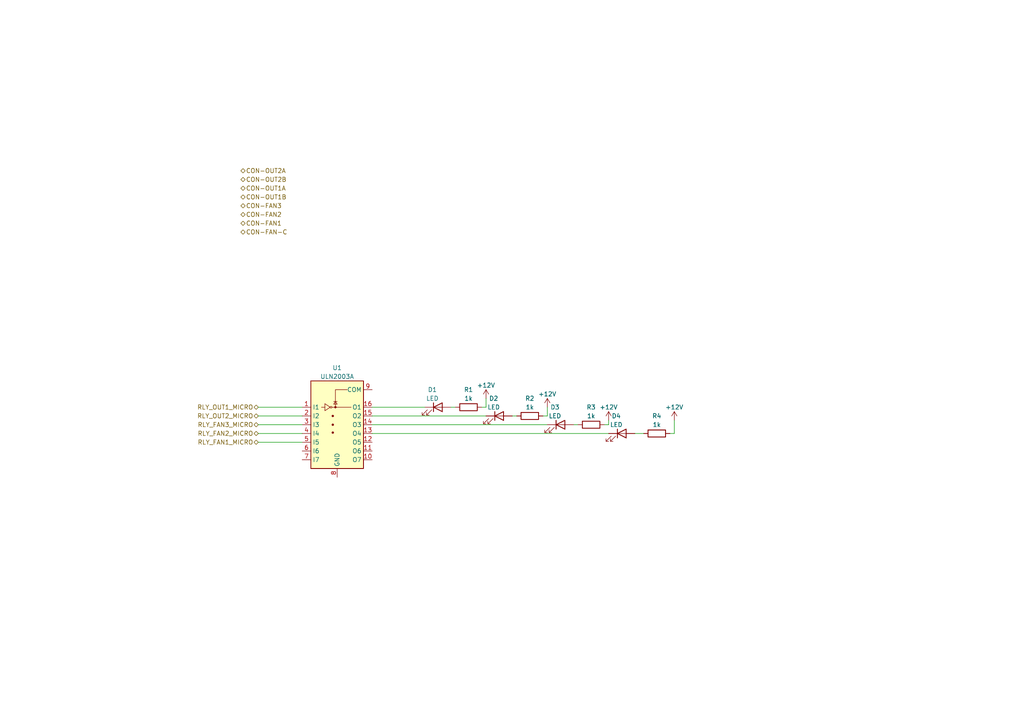
<source format=kicad_sch>
(kicad_sch (version 20230121) (generator eeschema)
  (paper "A4")
  (lib_symbols
    (symbol "Device:LED" (pin_numbers hide) (pin_names (offset 1.016) hide)
      (property "Reference" "D" (at 0 2.54 0))
      (property "Value" "LED" (at 0 -2.54 0))
      (symbol "LED_0_1"
        (polyline (pts (xy -1.27 -1.27) (xy -1.27 1.27)) (stroke (width 0.254)))
        (polyline (pts (xy -1.27 0) (xy 1.27 0)))
        (polyline (pts (xy 1.27 -1.27) (xy 1.27 1.27) (xy -1.27 0) (xy 1.27 -1.27)) (stroke (width 0.254)))
        (polyline (pts (xy -3.048 -0.762) (xy -4.572 -2.286) (xy -3.81 -2.286) (xy -4.572 -2.286) (xy -4.572 -1.524)))
        (polyline (pts (xy -1.778 -0.762) (xy -3.302 -2.286) (xy -2.54 -2.286) (xy -3.302 -2.286) (xy -3.302 -1.524)))
      )
      (symbol "LED_1_1"
        (pin passive line (at -3.81 0 0) (length 2.54) (name "K") (number "1"))
        (pin passive line (at 3.81 0 180) (length 2.54) (name "A") (number "2"))
      )
    )
    (symbol "Device:R" (pin_numbers hide) (pin_names (offset 0))
      (property "Reference" "R" (at 2.032 0 90))
      (property "Value" "R" (at 0 0 90))
      (symbol "R_0_1"
        (rectangle (start -1.016 -2.54) (end 1.016 2.54) (stroke (width 0.254)))
      )
      (symbol "R_1_1"
        (pin passive line (at 0 3.81 270) (length 1.27) (name "~") (number "1"))
        (pin passive line (at 0 -3.81 90) (length 1.27) (name "~") (number "2"))
      )
    )
    (symbol "Transistor_Array:ULN2003A"
      (property "Reference" "U" (at 0 15.875 0))
      (property "Value" "ULN2003A" (at 0 13.97 0))
      (symbol "ULN2003A_0_1"
        (rectangle (start -7.62 -12.7) (end 7.62 12.7) (stroke (width 0.254)) (fill (type background)))
        (circle (center -1.778 5.08) (radius 0.254))
        (circle (center -1.27 -2.286) (radius 0.254) (fill (type outline)))
        (circle (center -1.27 0) (radius 0.254) (fill (type outline)))
        (circle (center -1.27 2.54) (radius 0.254) (fill (type outline)))
        (circle (center -0.508 5.08) (radius 0.254) (fill (type outline)))
        (polyline (pts (xy -4.572 5.08) (xy -3.556 5.08)))
        (polyline (pts (xy -1.524 5.08) (xy 4.064 5.08)))
        (polyline (pts (xy 0 6.731) (xy -1.016 6.731)))
        (polyline (pts (xy -0.508 5.08) (xy -0.508 10.16) (xy 2.921 10.16)))
        (polyline (pts (xy -3.556 6.096) (xy -3.556 4.064) (xy -2.032 5.08) (xy -3.556 6.096)))
        (polyline (pts (xy 0 5.969) (xy -1.016 5.969) (xy -0.508 6.731) (xy 0 5.969)))
      )
      (symbol "ULN2003A_1_1"
        (pin input line (at -10.16 5.08 0) (length 2.54) (name "I1") (number "1"))
        (pin open_collector line (at 10.16 -10.16 180) (length 2.54) (name "O7") (number "10"))
        (pin open_collector line (at 10.16 -7.62 180) (length 2.54) (name "O6") (number "11"))
        (pin open_collector line (at 10.16 -5.08 180) (length 2.54) (name "O5") (number "12"))
        (pin open_collector line (at 10.16 -2.54 180) (length 2.54) (name "O4") (number "13"))
        (pin open_collector line (at 10.16 0 180) (length 2.54) (name "O3") (number "14"))
        (pin open_collector line (at 10.16 2.54 180) (length 2.54) (name "O2") (number "15"))
        (pin open_collector line (at 10.16 5.08 180) (length 2.54) (name "O1") (number "16"))
        (pin input line (at -10.16 2.54 0) (length 2.54) (name "I2") (number "2"))
        (pin input line (at -10.16 0 0) (length 2.54) (name "I3") (number "3"))
        (pin input line (at -10.16 -2.54 0) (length 2.54) (name "I4") (number "4"))
        (pin input line (at -10.16 -5.08 0) (length 2.54) (name "I5") (number "5"))
        (pin input line (at -10.16 -7.62 0) (length 2.54) (name "I6") (number "6"))
        (pin input line (at -10.16 -10.16 0) (length 2.54) (name "I7") (number "7"))
        (pin power_in line (at 0 -15.24 90) (length 2.54) (name "GND") (number "8"))
        (pin passive line (at 10.16 10.16 180) (length 2.54) (name "COM") (number "9"))
      )
    )
    (symbol "power:+12V" (power) (pin_names (offset 0))
      (property "Value" "+12V" (at 0 3.556 0))
      (symbol "+12V_0_1"
        (polyline (pts (xy -0.762 1.27) (xy 0 2.54)))
        (polyline (pts (xy 0 0) (xy 0 2.54)))
        (polyline (pts (xy 0 2.54) (xy 0.762 1.27)))
      )
      (symbol "+12V_1_1"
        (pin power_in line (at 0 0 90) (length 0) hide (name "+12V") (number "1"))
      )
    )
  )
  (wire (pts (xy 184.15 125.73) (xy 186.69 125.73)))
  (wire (pts (xy 74.93 120.65) (xy 87.63 120.65)))
  (wire (pts (xy 107.95 118.11) (xy 123.19 118.11)))
  (wire (pts (xy 158.75 118.11) (xy 158.75 120.65)))
  (wire (pts (xy 74.93 125.73) (xy 87.63 125.73)))
  (wire (pts (xy 74.93 128.27) (xy 87.63 128.27)))
  (wire (pts (xy 140.97 115.57) (xy 140.97 118.11)))
  (wire (pts (xy 195.58 125.73) (xy 194.31 125.73)))
  (wire (pts (xy 74.93 123.19) (xy 87.63 123.19)))
  (wire (pts (xy 166.37 123.19) (xy 167.64 123.19)))
  (wire (pts (xy 148.59 120.65) (xy 149.86 120.65)))
  (wire (pts (xy 158.75 120.65) (xy 157.48 120.65)))
  (wire (pts (xy 195.58 121.92) (xy 195.58 125.73)))
  (wire (pts (xy 176.53 121.92) (xy 176.53 123.19)))
  (wire (pts (xy 107.95 125.73) (xy 176.53 125.73)))
  (wire (pts (xy 74.93 118.11) (xy 87.63 118.11)))
  (wire (pts (xy 107.95 123.19) (xy 158.75 123.19)))
  (wire (pts (xy 130.81 118.11) (xy 132.08 118.11)))
  (wire (pts (xy 140.97 118.11) (xy 139.7 118.11)))
  (wire (pts (xy 107.95 120.65) (xy 140.97 120.65)))
  (wire (pts (xy 176.53 123.19) (xy 175.26 123.19)))
  (hierarchical_label "CON-FAN1" (shape bidirectional) (at 69.85 64.77 0))
  (hierarchical_label "RLY_FAN2_MICRO" (shape bidirectional) (at 74.93 125.73 180))
  (hierarchical_label "CON-FAN3" (shape bidirectional) (at 69.85 59.69 0))
  (hierarchical_label "CON-OUT1B" (shape bidirectional) (at 69.85 57.15 0))
  (hierarchical_label "CON-OUT2B" (shape bidirectional) (at 69.85 52.07 0))
  (hierarchical_label "RLY_OUT2_MICRO" (shape bidirectional) (at 74.93 120.65 180))
  (hierarchical_label "CON-FAN2" (shape bidirectional) (at 69.85 62.23 0))
  (hierarchical_label "CON-OUT1A" (shape bidirectional) (at 69.85 54.61 0))
  (hierarchical_label "RLY_FAN1_MICRO" (shape bidirectional) (at 74.93 128.27 180))
  (hierarchical_label "RLY_OUT1_MICRO" (shape bidirectional) (at 74.93 118.11 180))
  (hierarchical_label "RLY_FAN3_MICRO" (shape bidirectional) (at 74.93 123.19 180))
  (hierarchical_label "CON-OUT2A" (shape bidirectional) (at 69.85 49.53 0))
  (hierarchical_label "CON-FAN-C" (shape bidirectional) (at 69.85 67.31 0))
  (symbol (lib_id "power:+12V") (at 140.97 115.57 0) (unit 1)
    (property "Reference" "#PWR01" (effects hide))
    (property "Value" "+12V" (at 140.97 111.76 0))
  )
  (symbol (lib_id "Device:R") (at 153.67 120.65 90) (unit 1)
    (property "Reference" "R2" (at 153.67 115.57 90))
    (property "Value" "1k" (at 153.67 118.11 90))
  )
  (symbol (lib_id "Transistor_Array:ULN2003A") (at 97.79 123.19 0) (unit 1)
    (property "Reference" "U1" (at 97.79 106.68 0))
    (property "Value" "ULN2003A" (at 97.79 109.22 0))
    (property "Datasheet" "http://www.ti.com/lit/ds/symlink/uln2003a.pdf" (effects hide))
  )
  (symbol (lib_id "power:+12V") (at 195.58 121.92 0) (unit 1)
    (property "Reference" "#PWR04" (effects hide))
    (property "Value" "+12V" (at 195.58 118.11 0))
  )
  (symbol (lib_id "power:+12V") (at 176.53 121.92 0) (unit 1)
    (property "Reference" "#PWR03" (effects hide))
    (property "Value" "+12V" (at 176.53 118.11 0))
  )
  (symbol (lib_id "Device:R") (at 135.89 118.11 90) (unit 1)
    (property "Reference" "R1" (at 135.89 113.03 90))
    (property "Value" "1k" (at 135.89 115.57 90))
  )
  (symbol (lib_id "Device:LED") (at 127 118.11 0) (unit 1)
    (property "Reference" "D1" (at 125.4125 113.03 0))
    (property "Value" "LED" (at 125.4125 115.57 0))
  )
  (symbol (lib_id "power:+12V") (at 158.75 118.11 0) (unit 1)
    (property "Reference" "#PWR02" (effects hide))
    (property "Value" "+12V" (at 158.75 114.3 0))
  )
  (symbol (lib_id "Device:R") (at 190.5 125.73 90) (unit 1)
    (property "Reference" "R4" (at 190.5 120.65 90))
    (property "Value" "1k" (at 190.5 123.19 90))
  )
  (symbol (lib_id "Device:LED") (at 144.78 120.65 0) (unit 1)
    (property "Reference" "D2" (at 143.1925 115.57 0))
    (property "Value" "LED" (at 143.1925 118.11 0))
  )
  (symbol (lib_id "Device:R") (at 171.45 123.19 90) (unit 1)
    (property "Reference" "R3" (at 171.45 118.11 90))
    (property "Value" "1k" (at 171.45 120.65 90))
  )
  (symbol (lib_id "Device:LED") (at 162.56 123.19 0) (unit 1)
    (property "Reference" "D3" (at 160.9725 118.11 0))
    (property "Value" "LED" (at 160.9725 120.65 0))
  )
  (symbol (lib_id "Device:LED") (at 180.34 125.73 0) (unit 1)
    (property "Reference" "D4" (at 178.7525 120.65 0))
    (property "Value" "LED" (at 178.7525 123.19 0))
  )
)
</source>
